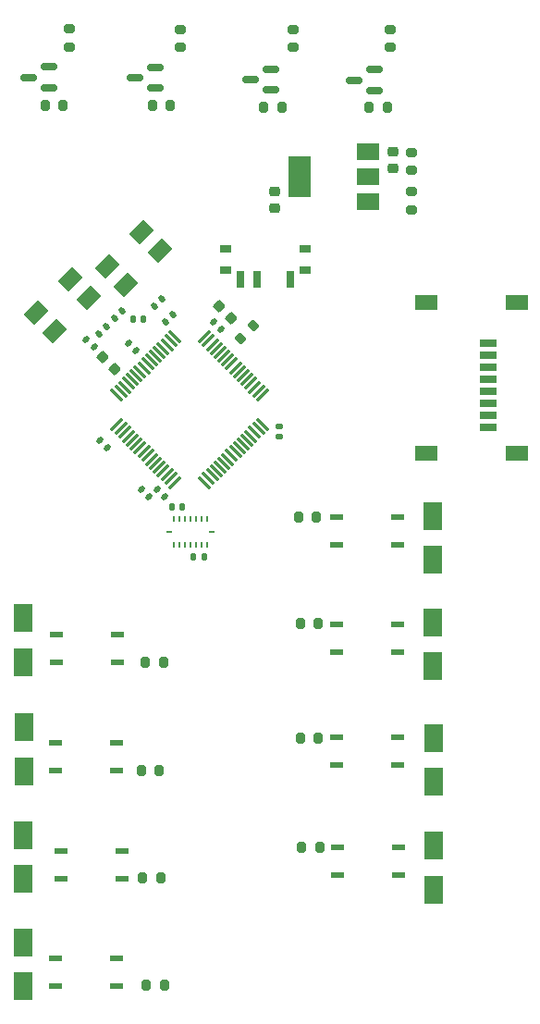
<source format=gtp>
G04 #@! TF.GenerationSoftware,KiCad,Pcbnew,(6.0.7)*
G04 #@! TF.CreationDate,2023-04-24T21:56:03-07:00*
G04 #@! TF.ProjectId,OBC-Attempt-2,4f42432d-4174-4746-956d-70742d322e6b,rev?*
G04 #@! TF.SameCoordinates,Original*
G04 #@! TF.FileFunction,Paste,Top*
G04 #@! TF.FilePolarity,Positive*
%FSLAX46Y46*%
G04 Gerber Fmt 4.6, Leading zero omitted, Abs format (unit mm)*
G04 Created by KiCad (PCBNEW (6.0.7)) date 2023-04-24 21:56:03*
%MOMM*%
%LPD*%
G01*
G04 APERTURE LIST*
G04 Aperture macros list*
%AMRoundRect*
0 Rectangle with rounded corners*
0 $1 Rounding radius*
0 $2 $3 $4 $5 $6 $7 $8 $9 X,Y pos of 4 corners*
0 Add a 4 corners polygon primitive as box body*
4,1,4,$2,$3,$4,$5,$6,$7,$8,$9,$2,$3,0*
0 Add four circle primitives for the rounded corners*
1,1,$1+$1,$2,$3*
1,1,$1+$1,$4,$5*
1,1,$1+$1,$6,$7*
1,1,$1+$1,$8,$9*
0 Add four rect primitives between the rounded corners*
20,1,$1+$1,$2,$3,$4,$5,0*
20,1,$1+$1,$4,$5,$6,$7,0*
20,1,$1+$1,$6,$7,$8,$9,0*
20,1,$1+$1,$8,$9,$2,$3,0*%
%AMRotRect*
0 Rectangle, with rotation*
0 The origin of the aperture is its center*
0 $1 length*
0 $2 width*
0 $3 Rotation angle, in degrees counterclockwise*
0 Add horizontal line*
21,1,$1,$2,0,0,$3*%
G04 Aperture macros list end*
%ADD10RoundRect,0.200000X0.200000X0.275000X-0.200000X0.275000X-0.200000X-0.275000X0.200000X-0.275000X0*%
%ADD11RoundRect,0.200000X-0.200000X-0.275000X0.200000X-0.275000X0.200000X0.275000X-0.200000X0.275000X0*%
%ADD12R,1.800000X2.500000*%
%ADD13RoundRect,0.150000X0.587500X0.150000X-0.587500X0.150000X-0.587500X-0.150000X0.587500X-0.150000X0*%
%ADD14RoundRect,0.140000X0.219203X0.021213X0.021213X0.219203X-0.219203X-0.021213X-0.021213X-0.219203X0*%
%ADD15RoundRect,0.140000X-0.219203X-0.021213X-0.021213X-0.219203X0.219203X0.021213X0.021213X0.219203X0*%
%ADD16R,0.254000X0.482600*%
%ADD17R,0.482600X0.254000*%
%ADD18R,1.300000X0.600000*%
%ADD19RoundRect,0.140000X-0.140000X-0.170000X0.140000X-0.170000X0.140000X0.170000X-0.140000X0.170000X0*%
%ADD20R,2.000000X1.500000*%
%ADD21R,2.000000X3.800000*%
%ADD22RoundRect,0.140000X0.021213X-0.219203X0.219203X-0.021213X-0.021213X0.219203X-0.219203X0.021213X0*%
%ADD23RoundRect,0.140000X-0.170000X0.140000X-0.170000X-0.140000X0.170000X-0.140000X0.170000X0.140000X0*%
%ADD24RoundRect,0.225000X-0.250000X0.225000X-0.250000X-0.225000X0.250000X-0.225000X0.250000X0.225000X0*%
%ADD25RoundRect,0.200000X0.275000X-0.200000X0.275000X0.200000X-0.275000X0.200000X-0.275000X-0.200000X0*%
%ADD26RoundRect,0.140000X0.140000X0.170000X-0.140000X0.170000X-0.140000X-0.170000X0.140000X-0.170000X0*%
%ADD27R,0.700000X1.500000*%
%ADD28R,1.000000X0.800000*%
%ADD29RoundRect,0.200000X-0.275000X0.200000X-0.275000X-0.200000X0.275000X-0.200000X0.275000X0.200000X0*%
%ADD30RoundRect,0.225000X0.335876X0.017678X0.017678X0.335876X-0.335876X-0.017678X-0.017678X-0.335876X0*%
%ADD31RoundRect,0.140000X-0.021213X0.219203X-0.219203X0.021213X0.021213X-0.219203X0.219203X-0.021213X0*%
%ADD32RotRect,1.400000X1.800000X315.000000*%
%ADD33RoundRect,0.200000X0.053033X-0.335876X0.335876X-0.053033X-0.053033X0.335876X-0.335876X0.053033X0*%
%ADD34R,1.500000X0.800000*%
%ADD35R,2.000000X1.450000*%
%ADD36RoundRect,0.075000X-0.548008X0.441942X0.441942X-0.548008X0.548008X-0.441942X-0.441942X0.548008X0*%
%ADD37RoundRect,0.075000X-0.548008X-0.441942X-0.441942X-0.548008X0.548008X0.441942X0.441942X0.548008X0*%
G04 APERTURE END LIST*
D10*
X62190000Y-98480400D03*
X60540000Y-98480400D03*
D11*
X45968400Y-101464200D03*
X47618400Y-101464200D03*
D12*
X35263400Y-101514200D03*
X35263400Y-97514200D03*
D13*
X57832100Y-39153200D03*
X57832100Y-37253200D03*
X55957100Y-38203200D03*
D14*
X45519411Y-63019411D03*
X44840589Y-62340589D03*
D15*
X46020589Y-75710589D03*
X46699411Y-76389411D03*
D12*
X35173400Y-111374200D03*
X35173400Y-107374200D03*
D16*
X51989800Y-80767500D03*
X51489801Y-80767500D03*
X50989799Y-80767500D03*
X50489800Y-80767500D03*
X49989801Y-80767500D03*
X49489799Y-80767500D03*
X48989800Y-80767500D03*
D17*
X48578500Y-79611800D03*
D16*
X48989800Y-78456100D03*
X49489799Y-78456100D03*
X49989801Y-78456100D03*
X50489800Y-78456100D03*
X50989799Y-78456100D03*
X51489801Y-78456100D03*
X51989800Y-78456100D03*
D17*
X52401100Y-79611800D03*
D18*
X43843400Y-91510400D03*
X43843400Y-88970400D03*
X38243400Y-88970400D03*
X38243400Y-91510400D03*
D19*
X50770000Y-81930000D03*
X51730000Y-81930000D03*
D11*
X57225000Y-40760000D03*
X58875000Y-40760000D03*
D18*
X63853400Y-88050400D03*
X63853400Y-90590400D03*
X69453400Y-90590400D03*
X69453400Y-88050400D03*
D13*
X47316500Y-38975400D03*
X47316500Y-37075400D03*
X45441500Y-38025400D03*
D20*
X66780000Y-49400000D03*
X66780000Y-47100000D03*
D21*
X60480000Y-47100000D03*
D20*
X66780000Y-44800000D03*
D22*
X47190589Y-58979411D03*
X47869411Y-58300589D03*
D11*
X46435000Y-121060000D03*
X48085000Y-121060000D03*
D18*
X63963400Y-108460400D03*
X63963400Y-111000400D03*
X69563400Y-111000400D03*
X69563400Y-108460400D03*
D23*
X58660000Y-69950000D03*
X58660000Y-70910000D03*
D10*
X62035000Y-78240000D03*
X60385000Y-78240000D03*
D24*
X58220000Y-48445000D03*
X58220000Y-49995000D03*
D18*
X63863400Y-78240400D03*
X63863400Y-80780400D03*
X69463400Y-80780400D03*
X69463400Y-78240400D03*
D25*
X39440000Y-35215000D03*
X39440000Y-33565000D03*
D18*
X43763400Y-101494200D03*
X43763400Y-98954200D03*
X38163400Y-98954200D03*
X38163400Y-101494200D03*
D10*
X62310000Y-108460000D03*
X60660000Y-108460000D03*
D26*
X49770000Y-77290000D03*
X48810000Y-77290000D03*
D14*
X42859411Y-71919411D03*
X42180589Y-71240589D03*
D27*
X59600000Y-56460000D03*
X56600000Y-56460000D03*
X55100000Y-56460000D03*
D28*
X61000000Y-55675000D03*
X61000000Y-53745000D03*
X53700000Y-53745000D03*
X53700000Y-55675000D03*
D13*
X37537500Y-38950000D03*
X37537500Y-37050000D03*
X35662500Y-38000000D03*
D24*
X69020000Y-44815000D03*
X69020000Y-46365000D03*
D22*
X48170589Y-60389411D03*
X48849411Y-59710589D03*
D13*
X67382500Y-39204000D03*
X67382500Y-37304000D03*
X65507500Y-38254000D03*
D10*
X62205000Y-88010000D03*
X60555000Y-88010000D03*
D18*
X44213400Y-111360400D03*
X44213400Y-108820400D03*
X38613400Y-108820400D03*
X38613400Y-111360400D03*
D29*
X70690000Y-44865000D03*
X70690000Y-46515000D03*
D26*
X46200000Y-60130000D03*
X45240000Y-60130000D03*
D12*
X35133400Y-121174200D03*
X35133400Y-117174200D03*
D30*
X43548008Y-64678008D03*
X42451992Y-63581992D03*
D11*
X46995000Y-40570000D03*
X48645000Y-40570000D03*
D12*
X72693400Y-87900400D03*
X72693400Y-91900400D03*
D25*
X68820000Y-35265000D03*
X68820000Y-33615000D03*
D31*
X42759411Y-60790589D03*
X42080589Y-61469411D03*
D25*
X49540000Y-35265000D03*
X49540000Y-33615000D03*
D11*
X46108400Y-111254200D03*
X47758400Y-111254200D03*
D14*
X41649411Y-62669411D03*
X40970589Y-61990589D03*
D12*
X72803400Y-98470400D03*
X72803400Y-102470400D03*
D11*
X66840000Y-40790000D03*
X68490000Y-40790000D03*
D32*
X46015907Y-52214637D03*
X42904637Y-55325907D03*
X44601693Y-57022963D03*
X47712963Y-53911693D03*
D11*
X46365000Y-91530000D03*
X48015000Y-91530000D03*
D12*
X72763400Y-108350400D03*
X72763400Y-112350400D03*
D33*
X55046637Y-61933363D03*
X56213363Y-60766637D03*
D15*
X52640589Y-60360589D03*
X53319411Y-61039411D03*
D34*
X77763900Y-62315400D03*
X77763900Y-63415400D03*
X77763900Y-64515400D03*
X77763900Y-65615400D03*
X77763900Y-66715400D03*
X77763900Y-67815400D03*
X77763900Y-68915400D03*
X77763900Y-70015400D03*
D35*
X80363900Y-72390400D03*
X80363900Y-58640400D03*
X72063900Y-72390400D03*
X72063900Y-58640400D03*
D12*
X72663400Y-78190400D03*
X72663400Y-82190400D03*
D36*
X49056697Y-61768241D03*
X48703144Y-62121794D03*
X48349591Y-62475347D03*
X47996037Y-62828901D03*
X47642484Y-63182454D03*
X47288930Y-63536008D03*
X46935377Y-63889561D03*
X46581824Y-64243114D03*
X46228270Y-64596668D03*
X45874717Y-64950221D03*
X45521164Y-65303774D03*
X45167610Y-65657328D03*
X44814057Y-66010881D03*
X44460503Y-66364435D03*
X44106950Y-66717988D03*
X43753397Y-67071541D03*
D37*
X43753397Y-69793903D03*
X44106950Y-70147456D03*
X44460503Y-70501009D03*
X44814057Y-70854563D03*
X45167610Y-71208116D03*
X45521164Y-71561670D03*
X45874717Y-71915223D03*
X46228270Y-72268776D03*
X46581824Y-72622330D03*
X46935377Y-72975883D03*
X47288930Y-73329436D03*
X47642484Y-73682990D03*
X47996037Y-74036543D03*
X48349591Y-74390097D03*
X48703144Y-74743650D03*
X49056697Y-75097203D03*
D36*
X51779059Y-75097203D03*
X52132612Y-74743650D03*
X52486165Y-74390097D03*
X52839719Y-74036543D03*
X53193272Y-73682990D03*
X53546826Y-73329436D03*
X53900379Y-72975883D03*
X54253932Y-72622330D03*
X54607486Y-72268776D03*
X54961039Y-71915223D03*
X55314592Y-71561670D03*
X55668146Y-71208116D03*
X56021699Y-70854563D03*
X56375253Y-70501009D03*
X56728806Y-70147456D03*
X57082359Y-69793903D03*
D37*
X57082359Y-67071541D03*
X56728806Y-66717988D03*
X56375253Y-66364435D03*
X56021699Y-66010881D03*
X55668146Y-65657328D03*
X55314592Y-65303774D03*
X54961039Y-64950221D03*
X54607486Y-64596668D03*
X54253932Y-64243114D03*
X53900379Y-63889561D03*
X53546826Y-63536008D03*
X53193272Y-63182454D03*
X52839719Y-62828901D03*
X52486165Y-62475347D03*
X52132612Y-62121794D03*
X51779059Y-61768241D03*
D14*
X48139411Y-76379411D03*
X47460589Y-75700589D03*
D25*
X59900000Y-35255000D03*
X59900000Y-33605000D03*
D32*
X39500940Y-56471120D03*
X36389670Y-59582390D03*
X38086726Y-61279446D03*
X41197996Y-58168176D03*
D11*
X37185000Y-40600000D03*
X38835000Y-40600000D03*
D30*
X54248008Y-60068008D03*
X53151992Y-58971992D03*
D18*
X43723400Y-121180400D03*
X43723400Y-118640400D03*
X38123400Y-118640400D03*
X38123400Y-121180400D03*
X63893400Y-98430400D03*
X63893400Y-100970400D03*
X69493400Y-100970400D03*
X69493400Y-98430400D03*
D22*
X43534422Y-60027494D03*
X44213244Y-59348672D03*
D29*
X70710000Y-48465000D03*
X70710000Y-50115000D03*
D12*
X35183400Y-91524200D03*
X35183400Y-87524200D03*
M02*

</source>
